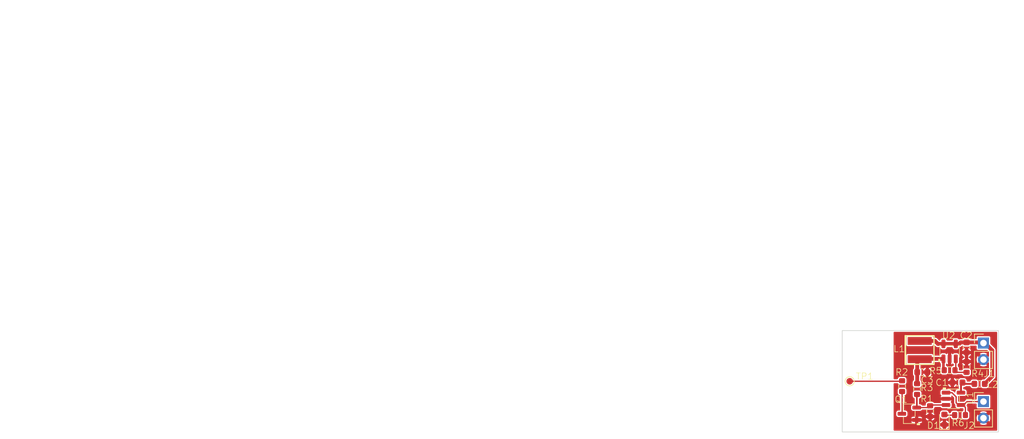
<source format=kicad_pcb>
(kicad_pcb (version 20241229) (generator "pcbnew") (generator_version "9.0")
  (title_block (title "ESMonX") (date "2025-03-22") (rev "A") (company "Sesa Design Inc"))
  (layers (0 "F.Cu" mixed "Top") (2 "B.Cu" mixed "Bottom") (13 "F.Paste" user "T.Paste") (15 "B.Paste" user) (5 "F.SilkS" user "T.Silk") (7 "B.SilkS" user "B.Silk") (1 "F.Mask" user "T.Solder") (3 "B.Mask" user "B.Solder") (25 "Edge.Cuts" user))
  (property "BOARD_PN" "ESMonX")
  (property "BOARD_VER" "B0")
  (net 0 "")
  (net 1 "GND")
  (net 2 "3V0")
  (net 3 "VBAT")
  (net 4 "VDDA")
  (net 5 "Net-(U1-INA-)")
  (net 6 "Net-(Q1-D)")
  (net 7 "Net-(Q1-G)")
  (net 8 "Net-(R2-Pad1)")
  (net 9 "Net-(U2-FB)")
  (net 10 "Net-(D1-A)")
  (footprint "Resistor_SMD:R_0603_1608Metric" (layer "F.Cu") (at 153.7 73.55 -90)
    (property "Reference" "R2" (at -2.15 0.05 180) (layer "F.SilkS") (effects (font (thickness 0.1))))
    (property "Value" "1M")
    (fp_line (start -0.237258 0.5225) (end 0.237258 0.5225) (stroke (width 0.12)) (layer "F.SilkS"))
    (fp_line (start -0.237258 -0.5225) (end 0.237258 -0.5225) (stroke (width 0.12)) (layer "F.SilkS"))
    (pad "1" smd roundrect (at -0.825 0 270) (size 0.8 0.95) (layers "F.Cu" "F.Mask" "F.Paste") (net 8 "Net-(R2-Pad1)"))
    (pad "2" smd roundrect (at 0.825 0 270) (size 0.8 0.95) (layers "F.Cu" "F.Mask" "F.Paste") (net 7 "Net-(Q1-G)"))
  )
  (footprint "Resistor_SMD:R_0603_1608Metric" (layer "F.Cu") (at 163.6 70.6 90)
    (property "Reference" "R4" (at -1.0225 1.7 180) (layer "F.SilkS") (effects (font (thickness 0.1))))
    (property "Value" "1k2")
    (fp_line (start -0.237258 -0.5225) (end 0.237258 -0.5225) (stroke (width 0.12)) (layer "F.SilkS"))
    (fp_line (start -0.237258 0.5225) (end 0.237258 0.5225) (stroke (width 0.12)) (layer "F.SilkS"))
    (pad "1" smd roundrect (at -0.825 0 90) (size 0.8 0.95) (layers "F.Cu" "F.Mask" "F.Paste") (net 9 "Net-(U2-FB)"))
    (pad "2" smd roundrect (at 0.825 0 90) (size 0.8 0.95) (layers "F.Cu" "F.Mask" "F.Paste") (net 1 "GND"))
  )
  (footprint "TestPoint:TestPoint_Pad_D1.0mm" (layer "F.Cu") (at 145.65 72.8)
    (property "Reference" "TP1" (at 2.3 -0.75 0) (layer "F.SilkS") (effects (font (thickness 0.1))))
    (property "Value" "tp_smt")
    (fp_circle (center 0 0) (end 0 0.7) (stroke (width 0.12)) (fill no) (layer "F.SilkS"))
    (pad "1" smd circle (at 0 0) (size 1 1) (layers "F.Cu" "F.Mask") (net 8 "Net-(R2-Pad1)"))
  )
  (footprint "Inductor_SMD:L_0603_1608Metric" (layer "F.Cu") (at 165.6 73.2)
    (property "Reference" "L2" (at 2 0.1 0) (layer "F.SilkS") (effects (font (thickness 0.1))))
    (property "Value" "300@100MHz")
    (fp_line (start -0.162779 -0.51) (end 0.162779 -0.51) (stroke (width 0.12)) (layer "F.SilkS"))
    (fp_line (start -0.162779 0.51) (end 0.162779 0.51) (stroke (width 0.12)) (layer "F.SilkS"))
    (pad "1" smd roundrect (at -0.7875 0) (size 0.875 0.95) (layers "F.Cu" "F.Mask" "F.Paste") (net 2 "3V0"))
    (pad "2" smd roundrect (at 0.7875 0) (size 0.875 0.95) (layers "F.Cu" "F.Mask" "F.Paste") (net 3 "VBAT"))
  )
  (footprint "Capacitor_SMD:C_0603_1608Metric" (layer "F.Cu") (at 156.8 71.4 180)
    (property "Reference" "C3" (at -0.75 -1.2 0) (layer "F.SilkS") (effects (font (thickness 0.1))))
    (property "Value" "2u2")
    (fp_line (start -0.14058 0.51) (end 0.14058 0.51) (stroke (width 0.12)) (layer "F.SilkS"))
    (fp_line (start -0.14058 -0.51) (end 0.14058 -0.51) (stroke (width 0.12)) (layer "F.SilkS"))
    (pad "1" smd roundrect (at -0.775 0 180) (size 0.9 0.95) (layers "F.Cu" "F.Mask" "F.Paste") (net 1 "GND"))
    (pad "2" smd roundrect (at 0.775 0 180) (size 0.9 0.95) (layers "F.Cu" "F.Mask" "F.Paste") (net 4 "VDDA"))
  )
  (footprint "Capacitor_SMD:C_0603_1608Metric" (layer "F.Cu") (at 162.2 73)
    (property "Reference" "C1" (at -2.4 0 0) (layer "F.SilkS") (effects (font (thickness 0.1))))
    (property "Value" "100n")
    (fp_line (start -0.14058 -0.51) (end 0.14058 -0.51) (stroke (width 0.12)) (layer "F.SilkS"))
    (fp_line (start -0.14058 0.51) (end 0.14058 0.51) (stroke (width 0.12)) (layer "F.SilkS"))
    (pad "1" smd roundrect (at -0.775 0) (size 0.9 0.95) (layers "F.Cu" "F.Mask" "F.Paste") (net 1 "GND"))
    (pad "2" smd roundrect (at 0.775 0) (size 0.9 0.95) (layers "F.Cu" "F.Mask" "F.Paste") (net 2 "3V0"))
  )
  (footprint "LED_SMD:LED_0603_1608Metric" (layer "F.Cu") (at 160.2 78.7 90)
    (property "Reference" "D1" (at -0.9 -1.7 180) (layer "F.SilkS") (effects (font (thickness 0.1))))
    (property "Value" "red")
    (fp_line (start 0.8 -0.735) (end -1.485 -0.735) (stroke (width 0.12)) (layer "F.SilkS"))
    (fp_line (start -1.485 -0.735) (end -1.485 0.735) (stroke (width 0.12)) (layer "F.SilkS"))
    (fp_line (start -1.485 0.735) (end 0.8 0.735) (stroke (width 0.12)) (layer "F.SilkS"))
    (pad "1" smd roundrect (at -0.7875 0 90) (size 0.875 0.95) (layers "F.Cu" "F.Mask" "F.Paste") (net 1 "GND"))
    (pad "2" smd roundrect (at 0.7875 0 90) (size 0.875 0.95) (layers "F.Cu" "F.Mask" "F.Paste") (net 10 "Net-(D1-A)"))
  )
  (footprint "Resistor_SMD:R_0603_1608Metric" (layer "F.Cu") (at 162.6 78 180)
    (property "Reference" "R6" (at 0.3 -1.2 0) (layer "F.SilkS") (effects (font (thickness 0.1))))
    (property "Value" "1k")
    (fp_line (start -0.237258 0.5225) (end 0.237258 0.5225) (stroke (width 0.12)) (layer "F.SilkS"))
    (fp_line (start -0.237258 -0.5225) (end 0.237258 -0.5225) (stroke (width 0.12)) (layer "F.SilkS"))
    (pad "1" smd roundrect (at -0.825 0 180) (size 0.8 0.95) (layers "F.Cu" "F.Mask" "F.Paste") (net 5 "Net-(U1-INA-)"))
    (pad "2" smd roundrect (at 0.825 0 180) (size 0.8 0.95) (layers "F.Cu" "F.Mask" "F.Paste") (net 10 "Net-(D1-A)"))
  )
  (footprint "sesa_sotd:SOT-23-5" (layer "F.Cu") (at 161 68.2 90)
    (property "Reference" "U2" (at 2.45 -0.15 180) (layer "F.SilkS") (effects (font (thickness 0.1))))
    (property "Value" "MIC2250")
    (fp_line (start 0.9 -1.5) (end 0.9 -1.4) (stroke (width 0.1)) (layer "F.SilkS"))
    (fp_line (start -0.9 -1.5) (end 0.9 -1.5) (stroke (width 0.1)) (layer "F.SilkS"))
    (fp_line (start 0.9 0.5) (end 0.9 -0.5) (stroke (width 0.1)) (layer "F.SilkS"))
    (fp_line (start 0.9 1.4) (end 0.9 1.5) (stroke (width 0.1)) (layer "F.SilkS"))
    (fp_line (start -0.9 1.5) (end 0.9 1.5) (stroke (width 0.1)) (layer "F.SilkS"))
    (fp_poly (pts (xy -1.6 -1.5) (xy -1.2 -1.5) (xy -1.2 -1.7) (xy -1.6 -1.7)) (stroke (width 0.1)) (fill yes) (layer "F.SilkS"))
    (pad "1" smd roundrect (at -1.15 -0.95 90) (size 1.325 0.6) (layers "F.Cu" "F.Mask" "F.Paste") (net 4 "VDDA"))
    (pad "2" smd roundrect (at -1.15 0 90) (size 1.325 0.6) (layers "F.Cu" "F.Mask" "F.Paste") (net 1 "GND"))
    (pad "3" smd roundrect (at -1.15 0.95 90) (size 1.325 0.6) (layers "F.Cu" "F.Mask" "F.Paste") (net 9 "Net-(U2-FB)"))
    (pad "4" smd roundrect (at 1.15 0.95 90) (size 1.325 0.6) (layers "F.Cu" "F.Mask" "F.Paste") (net 3 "VBAT"))
    (pad "5" smd roundrect (at 1.15 -0.95 90) (size 1.325 0.6) (layers "F.Cu" "F.Mask" "F.Paste") (net 3 "VBAT"))
  )
  (footprint "sesa_coil:NRS4018T4R7MDGJ" (layer "F.Cu") (at 156.4 68 -90)
    (property "Reference" "L1" (at 0.4 4.1 0) (layer "F.SilkS") (effects (font (thickness 0.1)) (justify left bottom)))
    (property "Value" "4u7" (hide yes))
    (fp_line (start 2.200001 2.2) (end -2.2 2.2) (stroke (width 0.254)) (layer "F.SilkS"))
    (fp_line (start -2.2 -2.200002) (end -2.2 2.2) (stroke (width 0.2)) (layer "F.SilkS"))
    (fp_line (start 2.200001 -2.200002) (end 2.200001 2.2) (stroke (width 0.2)) (layer "F.SilkS"))
    (fp_line (start 2.200001 -2.200002) (end -2.2 -2.200002) (stroke (width 0.2)) (layer "F.SilkS"))
    (pad "1" smd rect (at -1.399999 0 270) (size 1.2 3.7) (layers "F.Cu" "F.Mask" "F.Paste") (net 3 "VBAT"))
    (pad "2" smd rect (at 1.4 0 270) (size 1.2 3.7) (layers "F.Cu" "F.Mask" "F.Paste") (net 4 "VDDA"))
  )
  (footprint "Connector_PinHeader_2.54mm:PinHeader_1x02_P2.54mm_Vertical" (layer "F.Cu") (at 166.2 75.925)
    (property "Reference" "J2" (at -2.2 3.675 0) (layer "F.SilkS") (effects (font (thickness 0.1))))
    (property "Value" "conn2x1_100mil")
    (fp_line (start -1.38 -1.38) (end 0 -1.38) (stroke (width 0.12)) (layer "F.SilkS"))
    (fp_line (start -1.38 0) (end -1.38 -1.38) (stroke (width 0.12)) (layer "F.SilkS"))
    (fp_line (start -1.38 1.27) (end -1.38 3.92) (stroke (width 0.12)) (layer "F.SilkS"))
    (fp_line (start -1.38 1.27) (end 1.38 1.27) (stroke (width 0.12)) (layer "F.SilkS"))
    (fp_line (start -1.38 3.92) (end 1.38 3.92) (stroke (width 0.12)) (layer "F.SilkS"))
    (fp_line (start 1.38 1.27) (end 1.38 3.92) (stroke (width 0.12)) (layer "F.SilkS"))
    (pad "1" thru_hole rect (at 0 0) (size 1.7 1.7) (drill 1) (layers "*.Cu" "*.Mask") (net 5 "Net-(U1-INA-)"))
    (pad "2" thru_hole circle (at 0 2.54) (size 1.7 1.7) (drill 1) (layers "*.Cu" "*.Mask") (net 1 "GND"))
  )
  (footprint "sesa_sotd:SOT-23-5" (layer "F.Cu") (at 161.6 75.5)
    (property "Reference" "U1" (at 2.5 -0.1 270) (layer "F.SilkS") (effects (font (thickness 0.1))))
    (property "Value" "TLV9151")
    (fp_line (start -0.9 -1.5) (end 0.9 -1.5) (stroke (width 0.1)) (layer "F.SilkS"))
    (fp_line (start -0.9 1.5) (end 0.9 1.5) (stroke (width 0.1)) (layer "F.SilkS"))
    (fp_line (start 0.9 -1.5) (end 0.9 -1.4) (stroke (width 0.1)) (layer "F.SilkS"))
    (fp_line (start 0.9 0.5) (end 0.9 -0.5) (stroke (width 0.1)) (layer "F.SilkS"))
    (fp_line (start 0.9 1.4) (end 0.9 1.5) (stroke (width 0.1)) (layer "F.SilkS"))
    (fp_poly (pts (xy -1.6 -1.5) (xy -1.2 -1.5) (xy -1.2 -1.7) (xy -1.6 -1.7)) (stroke (width 0.1)) (fill yes) (layer "F.SilkS"))
    (pad "1" smd roundrect (at -1.15 -0.95) (size 1.325 0.6) (layers "F.Cu" "F.Mask" "F.Paste") (net 5 "Net-(U1-INA-)"))
    (pad "2" smd roundrect (at -1.15 0) (size 1.325 0.6) (layers "F.Cu" "F.Mask" "F.Paste") (net 1 "GND"))
    (pad "3" smd roundrect (at -1.15 0.95) (size 1.325 0.6) (layers "F.Cu" "F.Mask" "F.Paste") (net 6 "Net-(Q1-D)"))
    (pad "4" smd roundrect (at 1.15 0.95) (size 1.325 0.6) (layers "F.Cu" "F.Mask" "F.Paste") (net 5 "Net-(U1-INA-)"))
    (pad "5" smd roundrect (at 1.15 -0.95) (size 1.325 0.6) (layers "F.Cu" "F.Mask" "F.Paste") (net 2 "3V0"))
  )
  (footprint "Connector_PinHeader_2.54mm:PinHeader_1x02_P2.54mm_Vertical" (layer "F.Cu") (at 166.2 66.925)
    (property "Reference" "J1" (at 0.85 4.725 0) (layer "F.SilkS") (effects (font (thickness 0.1))))
    (property "Value" "conn2x1_100mil")
    (fp_line (start -1.38 -1.38) (end 0 -1.38) (stroke (width 0.12)) (layer "F.SilkS"))
    (fp_line (start -1.38 0) (end -1.38 -1.38) (stroke (width 0.12)) (layer "F.SilkS"))
    (fp_line (start -1.38 1.27) (end -1.38 3.92) (stroke (width 0.12)) (layer "F.SilkS"))
    (fp_line (start -1.38 1.27) (end 1.38 1.27) (stroke (width 0.12)) (layer "F.SilkS"))
    (fp_line (start -1.38 3.92) (end 1.38 3.92) (stroke (width 0.12)) (layer "F.SilkS"))
    (fp_line (start 1.38 1.27) (end 1.38 3.92) (stroke (width 0.12)) (layer "F.SilkS"))
    (pad "1" thru_hole rect (at 0 0) (size 1.7 1.7) (drill 1) (layers "*.Cu" "*.Mask") (net 3 "VBAT"))
    (pad "2" thru_hole circle (at 0 2.54) (size 1.7 1.7) (drill 1) (layers "*.Cu" "*.Mask") (net 1 "GND"))
  )
  (footprint "Resistor_SMD:R_0603_1608Metric" (layer "F.Cu") (at 158 77.4 -90)
    (property "Reference" "R1" (at -1.9 0.5 0) (layer "F.SilkS") (effects (font (thickness 0.1))))
    (property "Value" "100k")
    (fp_line (start -0.237258 0.5225) (end 0.237258 0.5225) (stroke (width 0.12)) (layer "F.SilkS"))
    (fp_line (start -0.237258 -0.5225) (end 0.237258 -0.5225) (stroke (width 0.12)) (layer "F.SilkS"))
    (pad "1" smd roundrect (at -0.825 0 270) (size 0.8 0.95) (layers "F.Cu" "F.Mask" "F.Paste") (net 6 "Net-(Q1-D)"))
    (pad "2" smd roundrect (at 0.825 0 270) (size 0.8 0.95) (layers "F.Cu" "F.Mask" "F.Paste") (net 1 "GND"))
  )
  (footprint "Resistor_SMD:R_0603_1608Metric" (layer "F.Cu") (at 161 71.1 180)
    (property "Reference" "R5" (at 2.15 -0.1 0) (layer "F.SilkS") (effects (font (thickness 0.1))))
    (property "Value" "7k87")
    (fp_line (start -0.237258 0.5225) (end 0.237258 0.5225) (stroke (width 0.12)) (layer "F.SilkS"))
    (fp_line (start -0.237258 -0.5225) (end 0.237258 -0.5225) (stroke (width 0.12)) (layer "F.SilkS"))
    (pad "1" smd roundrect (at -0.825 0 180) (size 0.8 0.95) (layers "F.Cu" "F.Mask" "F.Paste") (net 9 "Net-(U2-FB)"))
    (pad "2" smd roundrect (at 0.825 0 180) (size 0.8 0.95) (layers "F.Cu" "F.Mask" "F.Paste") (net 4 "VDDA"))
  )
  (footprint "Resistor_SMD:R_0603_1608Metric" (layer "F.Cu") (at 156 74 -90)
    (property "Reference" "R3" (at -0.2 -1.5 180) (layer "F.SilkS") (effects (font (thickness 0.1))))
    (property "Value" "200k")
    (fp_line (start -0.237258 0.5225) (end 0.237258 0.5225) (stroke (width 0.12)) (layer "F.SilkS"))
    (fp_line (start -0.237258 -0.5225) (end 0.237258 -0.5225) (stroke (width 0.12)) (layer "F.SilkS"))
    (pad "1" smd roundrect (at -0.825 0 270) (size 0.8 0.95) (layers "F.Cu" "F.Mask" "F.Paste") (net 4 "VDDA"))
    (pad "2" smd roundrect (at 0.825 0 270) (size 0.8 0.95) (layers "F.Cu" "F.Mask" "F.Paste") (net 6 "Net-(Q1-D)"))
  )
  (footprint "sesa_sotd:SOT-23-3" (layer "F.Cu") (at 154.8 77.8 180)
    (property "Reference" "Q1" (at 1.25 2.2 0) (layer "F.SilkS") (effects (font (thickness 0.1))))
    (property "Value" "MMBF4117")
    (fp_line (start 0.9 1.5) (end 0.9 0.5) (stroke (width 0.1)) (layer "F.SilkS"))
    (fp_line (start 0.9 -1.5) (end 0.9 -0.5) (stroke (width 0.1)) (layer "F.SilkS"))
    (fp_line (start -0.9 1.5) (end 0.9 1.5) (stroke (width 0.1)) (layer "F.SilkS"))
    (fp_line (start -0.9 -0.4) (end -0.9 0.4) (stroke (width 0.1)) (layer "F.SilkS"))
    (fp_line (start -0.9 -1.5) (end 0.9 -1.5) (stroke (width 0.1)) (layer "F.SilkS"))
    (fp_poly (pts (xy -1.6 -1.5) (xy -1.2 -1.5) (xy -1.2 -1.7) (xy -1.6 -1.7)) (stroke (width 0.1)) (fill yes) (layer "F.SilkS"))
    (pad "1" smd roundrect (at -1.1375 -0.95 180) (size 1.325 0.6) (layers "F.Cu" "F.Mask" "F.Paste") (net 1 "GND"))
    (pad "2" smd roundrect (at -1.1375 0.95 180) (size 1.325 0.6) (layers "F.Cu" "F.Mask" "F.Paste") (net 6 "Net-(Q1-D)"))
    (pad "3" smd roundrect (at 1.1375 0 180) (size 1.325 0.6) (layers "F.Cu" "F.Mask" "F.Paste") (net 7 "Net-(Q1-G)"))
  )
  (footprint "Capacitor_SMD:C_0603_1608Metric" (layer "F.Cu") (at 163.6 67.6 90)
    (property "Reference" "C2" (at 1.85 -0.05 180) (layer "F.SilkS") (effects (font (thickness 0.1))))
    (property "Value" "2u2")
    (fp_line (start -0.14058 -0.51) (end 0.14058 -0.51) (stroke (width 0.12)) (layer "F.SilkS"))
    (fp_line (start -0.14058 0.51) (end 0.14058 0.51) (stroke (width 0.12)) (layer "F.SilkS"))
    (pad "1" smd roundrect (at -0.775 0 90) (size 0.9 0.95) (layers "F.Cu" "F.Mask" "F.Paste") (net 1 "GND"))
    (pad "2" smd roundrect (at 0.775 0 90) (size 0.9 0.95) (layers "F.Cu" "F.Mask" "F.Paste") (net 3 "VBAT"))
  )
  (gr_rect (start 144.5 65) (end 168.5 80.6) (stroke (width 0.1)) (fill no) (layer "Edge.Cuts"))
  (segment (start 164.8125 73.2) (end 162.75 73.2) (width 0.3) (layer "F.Cu") (net 2))
  (segment (start 162.75 73.2) (end 162.75 74.6) (width 0.3) (layer "F.Cu") (net 2))
  (segment (start 166.2 66.925) (end 166.425 66.925) (width 0.6) (layer "F.Cu") (net 3))
  (segment (start 160.05 67.05) (end 161.95 67.05) (width 0.6) (layer "F.Cu") (net 3))
  (segment (start 166.1 66.825) (end 166.2 66.925) (width 0.6) (layer "F.Cu") (net 3))
  (segment (start 162.475 67.05) (end 162.7 66.825) (width 0.6) (layer "F.Cu") (net 3))
  (segment (start 160.05 67.05) (end 159.2 67.05) (width 0.6) (layer "F.Cu") (net 3))
  (segment (start 167.551 68.051) (end 167.551 72.0365) (width 0.6) (layer "F.Cu") (net 3))
  (segment (start 162.7 66.825) (end 163.6 66.825) (width 0.6) (layer "F.Cu") (net 3))
  (segment (start 163.6 66.825) (end 166.1 66.825) (width 0.6) (layer "F.Cu") (net 3))
  (segment (start 161.95 67.05) (end 162.475 67.05) (width 0.6) (layer "F.Cu") (net 3))
  (segment (start 166.425 66.925) (end 167.551 68.051) (width 0.6) (layer "F.Cu") (net 3))
  (segment (start 158.750001 66.600001) (end 156.4 66.600001) (width 0.6) (layer "F.Cu") (net 3))
  (segment (start 167.551 72.0365) (end 166.3875 73.2) (width 0.6) (layer "F.Cu") (net 3))
  (segment (start 159.2 67.05) (end 158.750001 66.600001) (width 0.6) (layer "F.Cu") (net 3))
  (segment (start 156.45 69.35) (end 156.025 69.775) (width 0.6) (layer "F.Cu") (net 4))
  (segment (start 160.05 69.35) (end 156.45 69.35) (width 0.6) (layer "F.Cu") (net 4))
  (segment (start 156.025 69.775) (end 156.025 71.4) (width 0.6) (layer "F.Cu") (net 4))
  (segment (start 160.05 70.975) (end 160.05 69.35) (width 0.4) (layer "F.Cu") (net 4))
  (segment (start 156.025 71.4) (end 156.025 73.15) (width 0.6) (layer "F.Cu") (net 4))
  (segment (start 156.025 73.15) (end 156 73.175) (width 0.6) (layer "F.Cu") (net 4))
  (segment (start 160.175 71.1) (end 160.05 70.975) (width 0.4) (layer "F.Cu") (net 4))
  (segment (start 156.45 69.35) (end 156.4 69.4) (width 0.2) (layer "F.Cu") (net 4))
  (segment (start 163.15 76.45) (end 163.675 75.925) (width 0.2) (layer "F.Cu") (net 5))
  (segment (start 163.425 76.825) (end 163.05 76.45) (width 0.2) (layer "F.Cu") (net 5))
  (segment (start 163.675 75.925) (end 166.2 75.925) (width 0.2) (layer "F.Cu") (net 5))
  (segment (start 162.35 76.45) (end 162.75 76.45) (width 0.2) (layer "F.Cu") (net 5))
  (segment (start 163.425 78) (end 163.425 76.825) (width 0.2) (layer "F.Cu") (net 5))
  (segment (start 163.05 76.45) (end 162.75 76.45) (width 0.2) (layer "F.Cu") (net 5))
  (segment (start 162.75 76.45) (end 163.15 76.45) (width 0.2) (layer "F.Cu") (net 5))
  (segment (start 162 75.2) (end 162 76.1) (width 0.2) (layer "F.Cu") (net 5))
  (segment (start 161.35 74.55) (end 162 75.2) (width 0.2) (layer "F.Cu") (net 5))
  (segment (start 160.45 74.55) (end 161.35 74.55) (width 0.2) (layer "F.Cu") (net 5))
  (segment (start 162 76.1) (end 162.35 76.45) (width 0.2) (layer "F.Cu") (net 5))
  (segment (start 156 74.825) (end 156 76.7875) (width 0.2) (layer "F.Cu") (net 6))
  (segment (start 157.875 76.85) (end 158 76.725) (width 0.2) (layer "F.Cu") (net 6))
  (segment (start 160.45 76.45) (end 158.125 76.45) (width 0.2) (layer "F.Cu") (net 6))
  (segment (start 156 76.7875) (end 155.9375 76.85) (width 0.2) (layer "F.Cu") (net 6))
  (segment (start 158.125 76.45) (end 158 76.575) (width 0.2) (layer "F.Cu") (net 6))
  (segment (start 155.9375 76.85) (end 155.9375 74.9125) (width 0.2) (layer "F.Cu") (net 6))
  (segment (start 157.725 76.85) (end 158 76.575) (width 0.2) (layer "F.Cu") (net 6))
  (segment (start 155.9375 76.85) (end 157.725 76.85) (width 0.2) (layer "F.Cu") (net 6))
  (segment (start 153.7 77.7625) (end 153.6625 77.8) (width 0.2) (layer "F.Cu") (net 7))
  (segment (start 153.7 74.375) (end 153.7 77.7625) (width 0.2) (layer "F.Cu") (net 7))
  (segment (start 145.65 72.8) (end 153.625 72.8) (width 0.2) (layer "F.Cu") (net 8))
  (segment (start 153.625 72.8) (end 153.7 72.725) (width 0.4) (layer "F.Cu") (net 8))
  (segment (start 161.95 69.35) (end 161.95 70.975) (width 0.2) (layer "F.Cu") (net 9))
  (segment (start 162.15 71.425) (end 161.825 71.1) (width 0.2) (layer "F.Cu") (net 9))
  (segment (start 163.6 71.425) (end 162.15 71.425) (width 0.2) (layer "F.Cu") (net 9))
  (segment (start 161.95 70.975) (end 161.825 71.1) (width 0.2) (layer "F.Cu") (net 9))
  (segment (start 161.7625 78.0125) (end 161.775 78) (width 0.2) (layer "F.Cu") (net 10))
  (segment (start 160.2 78.0125) (end 161.7625 78.0125) (width 0.2) (layer "F.Cu") (net 10))
  (zone (net 1) (net_name "GND") (layer "F.Cu") (connect_pads (clearance 0.2)) (min_thickness 0.2) (fill yes (thermal_gap 0.2) (thermal_bridge_width 0.5))
    (polygon (pts (xy 152.4 64.8) (xy 168.6 64.8) (xy 168.6 80.6) (xy 152.4 80.6)))
  )
)
</source>
